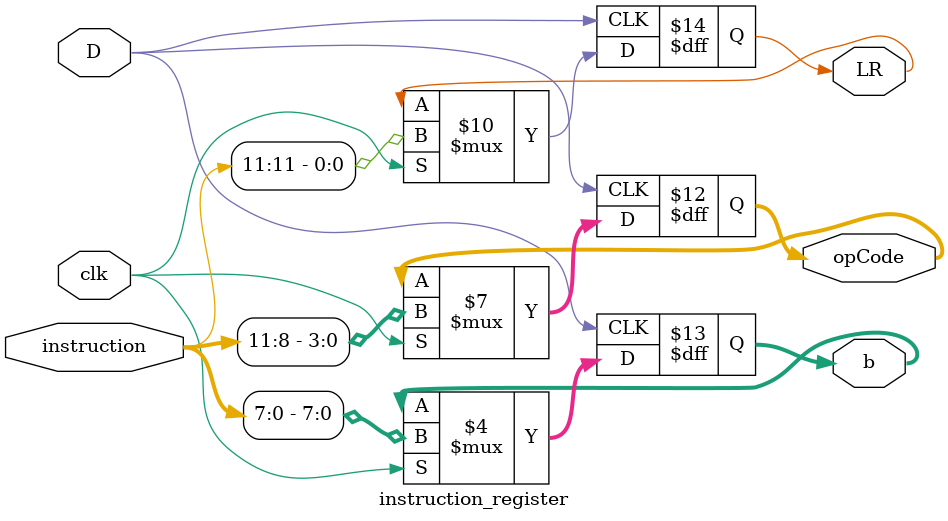
<source format=v>
module instruction_register(clk,instruction, D, opCode, b, LR);

input [11:0] instruction;
input D, clk;

output reg [3:0] opCode;
output reg [7:0] b;
output reg LR;

always@(posedge D)
	begin
		if(clk == 1)
		begin
				LR = instruction[11];
				opCode = instruction[11:8];
				b = instruction[7:0];
		end
	end


endmodule
</source>
